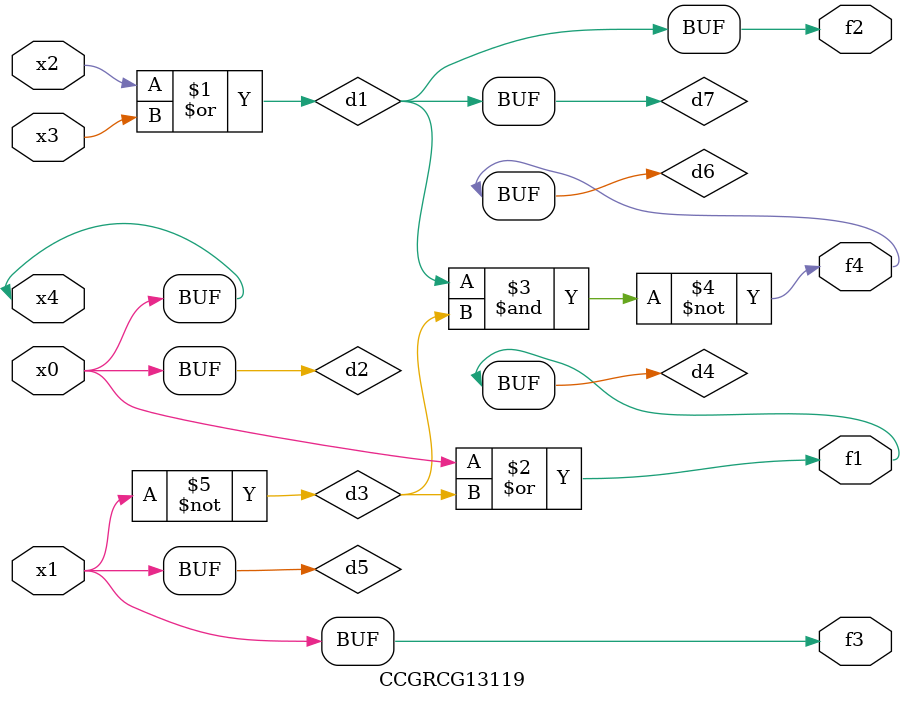
<source format=v>
module CCGRCG13119(
	input x0, x1, x2, x3, x4,
	output f1, f2, f3, f4
);

	wire d1, d2, d3, d4, d5, d6, d7;

	or (d1, x2, x3);
	buf (d2, x0, x4);
	not (d3, x1);
	or (d4, d2, d3);
	not (d5, d3);
	nand (d6, d1, d3);
	or (d7, d1);
	assign f1 = d4;
	assign f2 = d7;
	assign f3 = d5;
	assign f4 = d6;
endmodule

</source>
